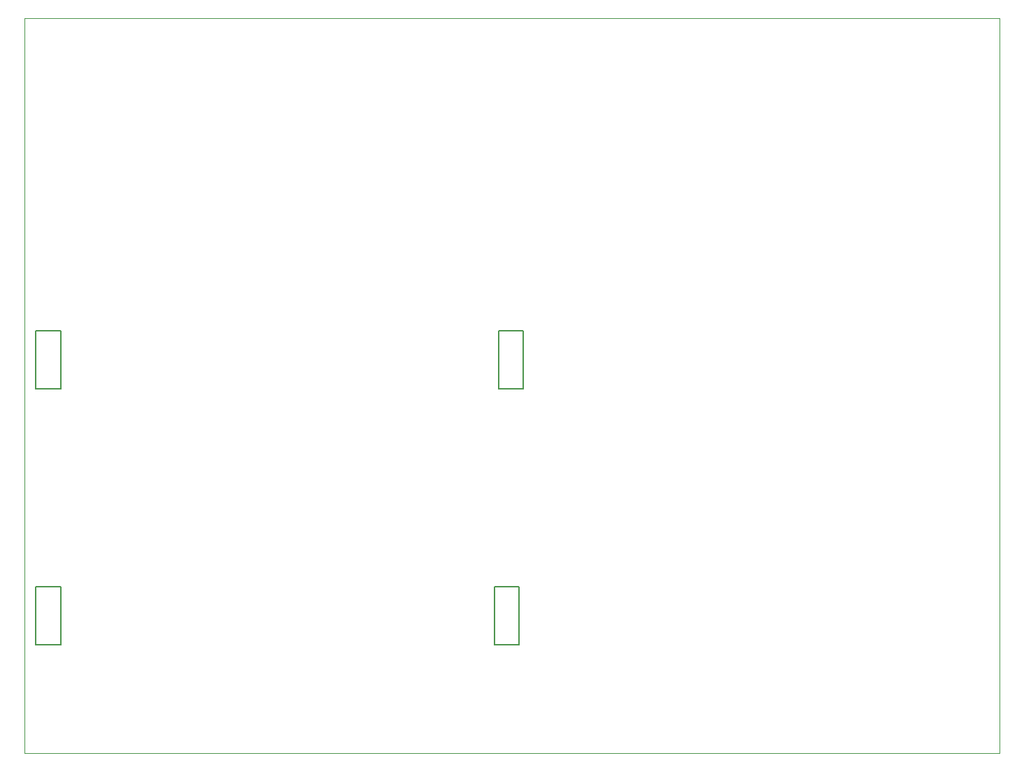
<source format=gbr>
%TF.GenerationSoftware,KiCad,Pcbnew,7.0.10*%
%TF.CreationDate,2024-01-29T12:51:58+00:00*%
%TF.ProjectId,data_logger,64617461-5f6c-46f6-9767-65722e6b6963,rev?*%
%TF.SameCoordinates,Original*%
%TF.FileFunction,Profile,NP*%
%FSLAX46Y46*%
G04 Gerber Fmt 4.6, Leading zero omitted, Abs format (unit mm)*
G04 Created by KiCad (PCBNEW 7.0.10) date 2024-01-29 12:51:58*
%MOMM*%
%LPD*%
G01*
G04 APERTURE LIST*
%TA.AperFunction,Profile*%
%ADD10C,0.200000*%
%TD*%
%TA.AperFunction,Profile*%
%ADD11C,0.050000*%
%TD*%
G04 APERTURE END LIST*
D10*
X101370000Y-118857000D02*
X104370000Y-118857000D01*
X104370000Y-125857000D01*
X101370000Y-125857000D01*
X101370000Y-118857000D01*
X156850000Y-118857000D02*
X159850000Y-118857000D01*
X159850000Y-125857000D01*
X156850000Y-125857000D01*
X156850000Y-118857000D01*
D11*
X100000000Y-50000000D02*
X218000000Y-50000000D01*
X218000000Y-139000000D01*
X100000000Y-139000000D01*
X100000000Y-50000000D01*
D10*
X101370000Y-87857000D02*
X104370000Y-87857000D01*
X104370000Y-94857000D01*
X101370000Y-94857000D01*
X101370000Y-87857000D01*
X157370000Y-87857000D02*
X160370000Y-87857000D01*
X160370000Y-94857000D01*
X157370000Y-94857000D01*
X157370000Y-87857000D01*
M02*

</source>
